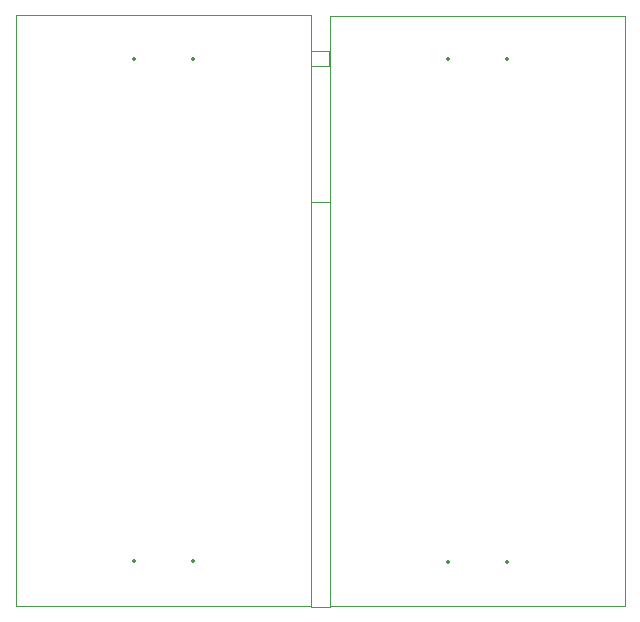
<source format=gm1>
%TF.GenerationSoftware,KiCad,Pcbnew,9.0.0-1.fc41*%
%TF.CreationDate,2025-02-24T21:26:29+02:00*%
%TF.ProjectId,LGS5145 Voltage Regulator,4c475335-3134-4352-9056-6f6c74616765,rev?*%
%TF.SameCoordinates,Original*%
%TF.FileFunction,Profile,NP*%
%FSLAX46Y46*%
G04 Gerber Fmt 4.6, Leading zero omitted, Abs format (unit mm)*
G04 Created by KiCad (PCBNEW 9.0.0-1.fc41) date 2025-02-24 21:26:29*
%MOMM*%
%LPD*%
G01*
G04 APERTURE LIST*
%TA.AperFunction,Profile*%
%ADD10C,0.050000*%
%TD*%
%ADD11C,0.350000*%
G04 APERTURE END LIST*
D10*
X198000000Y-60150000D02*
X199600000Y-60150000D01*
X199600000Y-94400000D01*
X198000000Y-94400000D01*
X198000000Y-60150000D01*
X198000000Y-47300000D02*
X199550000Y-47300000D01*
X199550000Y-48600000D01*
X198000000Y-48600000D01*
X198000000Y-47300000D01*
X199600000Y-44350000D02*
X224600000Y-44350000D01*
X224600000Y-94350000D01*
X199600000Y-94350000D01*
X199600000Y-44350000D01*
X173000000Y-44300000D02*
X198000000Y-44300000D01*
X198000000Y-94300000D01*
X173000000Y-94300000D01*
X173000000Y-44300000D01*
D11*
X209600000Y-90600000D03*
X214600000Y-90600000D03*
X214600000Y-48050000D03*
X209600000Y-48050000D03*
X188000000Y-48000000D03*
X183000000Y-48000000D03*
X183000000Y-90550000D03*
X188000000Y-90550000D03*
M02*

</source>
